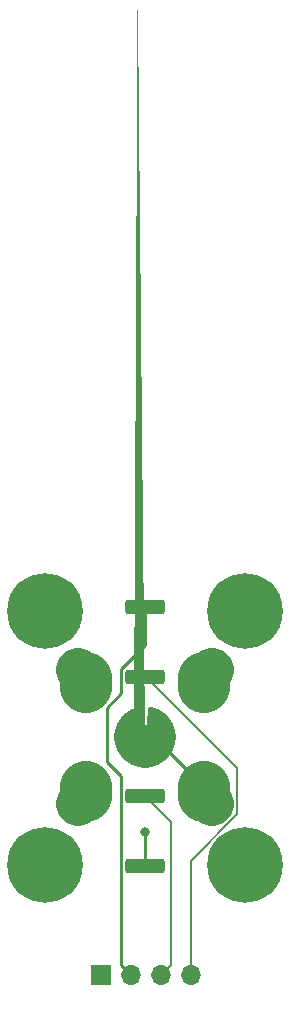
<source format=gbr>
%TF.GenerationSoftware,KiCad,Pcbnew,7.0.7*%
%TF.CreationDate,2023-09-04T20:44:38-04:00*%
%TF.ProjectId,minimal,6d696e69-6d61-46c2-9e6b-696361645f70,rev?*%
%TF.SameCoordinates,Original*%
%TF.FileFunction,Copper,L2,Bot*%
%TF.FilePolarity,Positive*%
%FSLAX46Y46*%
G04 Gerber Fmt 4.6, Leading zero omitted, Abs format (unit mm)*
G04 Created by KiCad (PCBNEW 7.0.7) date 2023-09-04 20:44:38*
%MOMM*%
%LPD*%
G01*
G04 APERTURE LIST*
G04 Aperture macros list*
%AMRoundRect*
0 Rectangle with rounded corners*
0 $1 Rounding radius*
0 $2 $3 $4 $5 $6 $7 $8 $9 X,Y pos of 4 corners*
0 Add a 4 corners polygon primitive as box body*
4,1,4,$2,$3,$4,$5,$6,$7,$8,$9,$2,$3,0*
0 Add four circle primitives for the rounded corners*
1,1,$1+$1,$2,$3*
1,1,$1+$1,$4,$5*
1,1,$1+$1,$6,$7*
1,1,$1+$1,$8,$9*
0 Add four rect primitives between the rounded corners*
20,1,$1+$1,$2,$3,$4,$5,0*
20,1,$1+$1,$4,$5,$6,$7,0*
20,1,$1+$1,$6,$7,$8,$9,0*
20,1,$1+$1,$8,$9,$2,$3,0*%
%AMFreePoly0*
4,1,45,0.263282,1.831170,0.521205,1.775062,0.768518,1.682819,1.000186,1.556319,1.211492,1.398137,1.398137,1.211492,1.556319,1.000186,1.682819,0.768518,1.775062,0.521205,1.831170,0.263282,1.850000,0.000000,1.831170,-0.263282,1.775062,-0.521205,1.682819,-0.768518,1.556319,-1.000186,1.398137,-1.211492,1.211492,-1.398137,1.000186,-1.556319,0.768518,-1.682819,0.521205,-1.775062,
0.263282,-1.831170,0.000000,-1.850000,-0.263282,-1.831170,-0.521205,-1.775062,-0.768518,-1.682819,-1.000186,-1.556319,-1.211492,-1.398137,-1.398137,-1.211492,-1.556319,-1.000186,-1.682819,-0.768518,-1.775062,-0.521205,-1.831170,-0.263282,-1.850000,0.000000,-1.831170,0.263282,-1.775062,0.521205,-1.682819,0.768518,-1.556319,1.000186,-1.398137,1.211492,-1.211492,1.398137,-1.000186,1.556319,
-0.768518,1.682819,-0.521205,1.775062,-0.263282,1.831170,0.000000,1.850000,0.263282,1.831170,0.263282,1.831170,$1*%
%AMFreePoly1*
4,1,49,0.287158,2.181179,0.569402,2.125037,0.841904,2.032535,1.100000,1.905256,1.339275,1.745377,1.555635,1.555635,1.745377,1.339275,1.905256,1.100000,2.032535,0.841904,2.125037,0.569402,2.181179,0.287158,2.200000,0.000000,2.181179,-0.287158,2.125037,-0.569402,2.032535,-0.841904,1.905256,-1.100000,1.745377,-1.339275,1.555635,-1.555635,1.339275,-1.745377,1.100000,-1.905256,
0.841904,-2.032535,0.569402,-2.125037,0.287158,-2.181179,0.000000,-2.200000,-0.287158,-2.181179,-0.569402,-2.125037,-0.841904,-2.032535,-1.100000,-1.905256,-1.339275,-1.745377,-1.555635,-1.555635,-1.745377,-1.339275,-1.905256,-1.100000,-2.032535,-0.841904,-2.125037,-0.569402,-2.181179,-0.287158,-2.200000,0.000000,-2.181179,0.287158,-2.125037,0.569402,-2.032535,0.841904,-1.905256,1.100000,
-1.745377,1.339275,-1.555635,1.555635,-1.339275,1.745377,-1.100000,1.905256,-0.841904,2.032535,-0.569402,2.125037,-0.287158,2.181179,0.000000,2.200000,0.287158,2.181179,0.287158,2.181179,$1*%
%AMFreePoly2*
4,1,53,0.313395,2.581043,0.622221,2.524449,0.921973,2.431042,1.208280,2.302186,1.476968,2.139758,1.724119,1.946128,1.946128,1.724119,2.139758,1.476968,2.302186,1.208280,2.431042,0.921973,2.524449,0.622221,2.581043,0.313395,2.600000,0.000000,2.581043,-0.313395,2.524449,-0.622221,2.431042,-0.921973,2.302186,-1.208280,2.139758,-1.476968,1.946128,-1.724119,1.724119,-1.946128,
1.476968,-2.139758,1.208280,-2.302186,0.921973,-2.431042,0.622221,-2.524449,0.313395,-2.581043,0.000000,-2.600000,-0.313395,-2.581043,-0.622221,-2.524449,-0.921973,-2.431042,-1.208280,-2.302186,-1.476968,-2.139758,-1.724119,-1.946128,-1.946128,-1.724119,-2.139758,-1.476968,-2.302186,-1.208280,-2.431042,-0.921973,-2.524449,-0.622221,-2.581043,-0.313395,-2.600000,0.000000,-2.581043,0.313395,
-2.524449,0.622221,-2.431042,0.921973,-2.302186,1.208280,-2.139758,1.476968,-1.946128,1.724119,-1.724119,1.946128,-1.476968,2.139758,-1.208280,2.302186,-0.921973,2.431042,-0.622221,2.524449,-0.313395,2.581043,0.000000,2.600000,0.313395,2.581043,0.313395,2.581043,$1*%
G04 Aperture macros list end*
%TA.AperFunction,ComponentPad*%
%ADD10R,1.700000X1.700000*%
%TD*%
%TA.AperFunction,ComponentPad*%
%ADD11O,1.700000X1.700000*%
%TD*%
%TA.AperFunction,ComponentPad*%
%ADD12C,0.800000*%
%TD*%
%TA.AperFunction,ComponentPad*%
%ADD13C,6.400000*%
%TD*%
%TA.AperFunction,ComponentPad*%
%ADD14FreePoly0,0.000000*%
%TD*%
%TA.AperFunction,ComponentPad*%
%ADD15FreePoly1,0.000000*%
%TD*%
%TA.AperFunction,ComponentPad*%
%ADD16FreePoly2,0.000000*%
%TD*%
%TA.AperFunction,SMDPad,CuDef*%
%ADD17RoundRect,0.250000X1.425000X-0.362500X1.425000X0.362500X-1.425000X0.362500X-1.425000X-0.362500X0*%
%TD*%
%TA.AperFunction,ViaPad*%
%ADD18C,0.800000*%
%TD*%
%TA.AperFunction,Conductor*%
%ADD19C,0.250000*%
%TD*%
%TA.AperFunction,Conductor*%
%ADD20C,0.200000*%
%TD*%
G04 APERTURE END LIST*
D10*
%TO.P,J1,1,Pin_1*%
%TO.N,GND*%
X8260000Y-34300000D03*
D11*
%TO.P,J1,2,Pin_2*%
%TO.N,VDDA*%
X10800000Y-34300000D03*
%TO.P,J1,3,Pin_3*%
%TO.N,IN+*%
X13340000Y-34300000D03*
%TO.P,J1,4,Pin_4*%
%TO.N,IN-*%
X15880000Y-34300000D03*
%TD*%
D12*
%TO.P,H1,1,1*%
%TO.N,GND*%
X1100000Y-3500000D03*
X1802944Y-1802944D03*
X1802944Y-5197056D03*
X3500000Y-1100000D03*
D13*
X3500000Y-3500000D03*
D12*
X3500000Y-5900000D03*
X5197056Y-1802944D03*
X5197056Y-5197056D03*
X5900000Y-3500000D03*
%TD*%
D14*
%TO.P,U1,1,GND*%
%TO.N,GND*%
X6343146Y-8493146D03*
X6343146Y-19806854D03*
D15*
X7000000Y-9150000D03*
X7000000Y-9900000D03*
X7000000Y-18400000D03*
X7000000Y-19150000D03*
D16*
X12000000Y-14150000D03*
D15*
X17000000Y-9150000D03*
X17000000Y-9900000D03*
X17000000Y-18400000D03*
X17000000Y-19150000D03*
D14*
X17656854Y-8493146D03*
X17656854Y-19806854D03*
%TD*%
D12*
%TO.P,H2,1,1*%
%TO.N,GND*%
X18100000Y-3500000D03*
X18802944Y-1802944D03*
X18802944Y-5197056D03*
X20500000Y-1100000D03*
D13*
X20500000Y-3500000D03*
D12*
X20500000Y-5900000D03*
X22197056Y-1802944D03*
X22197056Y-5197056D03*
X22900000Y-3500000D03*
%TD*%
%TO.P,H3,1,1*%
%TO.N,GND*%
X1100000Y-25000000D03*
X1802944Y-23302944D03*
X1802944Y-26697056D03*
X3500000Y-22600000D03*
D13*
X3500000Y-25000000D03*
D12*
X3500000Y-27400000D03*
X5197056Y-23302944D03*
X5197056Y-26697056D03*
X5900000Y-25000000D03*
%TD*%
%TO.P,H4,1,1*%
%TO.N,GND*%
X18100000Y-25000000D03*
X18802944Y-23302944D03*
X18802944Y-26697056D03*
X20500000Y-22600000D03*
D13*
X20500000Y-25000000D03*
D12*
X20500000Y-27400000D03*
X22197056Y-23302944D03*
X22197056Y-26697056D03*
X22900000Y-25000000D03*
%TD*%
D17*
%TO.P,R2,1*%
%TO.N,GND*%
X12000000Y-25112500D03*
%TO.P,R2,2*%
%TO.N,IN+*%
X12000000Y-19187500D03*
%TD*%
%TO.P,R4,1*%
%TO.N,IN-*%
X12000000Y-9112500D03*
%TO.P,R4,2*%
%TO.N,VDDA*%
X12000000Y-3187500D03*
%TD*%
D18*
%TO.N,GND*%
X12000000Y-22200000D03*
%TD*%
D19*
%TO.N,GND*%
X17000000Y-18400000D02*
X12750000Y-14150000D01*
X12750000Y-14150000D02*
X12000000Y-14150000D01*
X12000000Y-22200000D02*
X12000000Y-25200000D01*
%TO.N,VDDA*%
X10000000Y-8361827D02*
X10000000Y-10470890D01*
X10000000Y-17500000D02*
X10000000Y-33500000D01*
X10000000Y-33500000D02*
X10800000Y-34300000D01*
X12000000Y-6361827D02*
X10000000Y-8361827D01*
X8750000Y-11720890D02*
X8750000Y-16250000D01*
X12000000Y-3037500D02*
X12000000Y-6361827D01*
X10000000Y-10470890D02*
X8750000Y-11720890D01*
X8750000Y-16250000D02*
X10000000Y-17500000D01*
D20*
%TO.N,IN+*%
X12000000Y-19187500D02*
X14190000Y-21377500D01*
X14190000Y-33450000D02*
X13340000Y-34300000D01*
X14190000Y-21377500D02*
X14190000Y-33450000D01*
%TO.N,IN-*%
X19806854Y-20697414D02*
X15880000Y-24624268D01*
X15880000Y-24624268D02*
X15880000Y-34300000D01*
X19806854Y-16769354D02*
X19806854Y-20697414D01*
X12000000Y-8962500D02*
X19806854Y-16769354D01*
%TD*%
M02*

</source>
